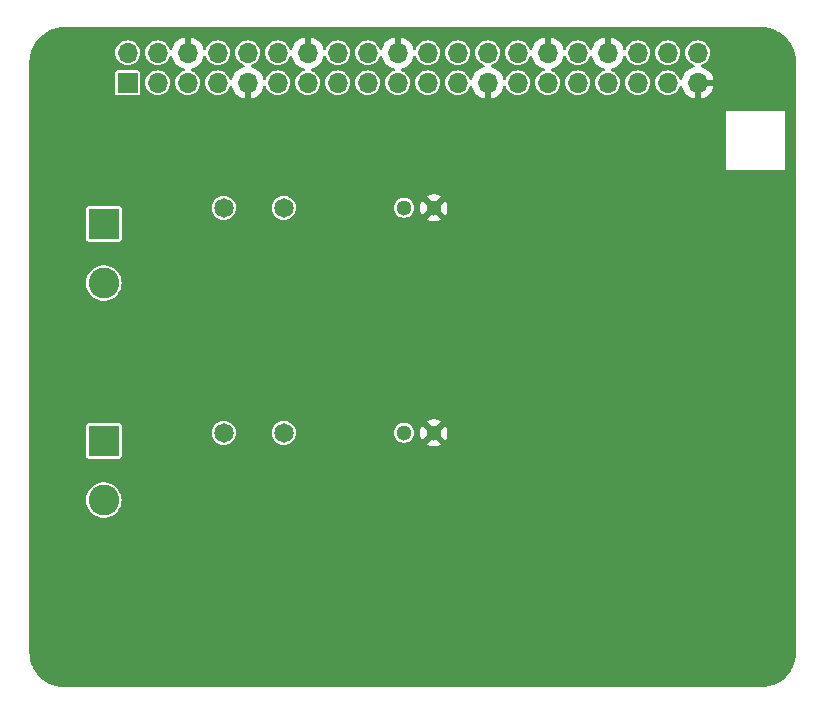
<source format=gbl>
G04 #@! TF.GenerationSoftware,KiCad,Pcbnew,7.0.1-0*
G04 #@! TF.CreationDate,2023-12-28T22:42:41+01:00*
G04 #@! TF.ProjectId,SSR-Shiled-v1,5353522d-5368-4696-9c65-642d76312e6b,rev?*
G04 #@! TF.SameCoordinates,Original*
G04 #@! TF.FileFunction,Copper,L2,Bot*
G04 #@! TF.FilePolarity,Positive*
%FSLAX46Y46*%
G04 Gerber Fmt 4.6, Leading zero omitted, Abs format (unit mm)*
G04 Created by KiCad (PCBNEW 7.0.1-0) date 2023-12-28 22:42:41*
%MOMM*%
%LPD*%
G01*
G04 APERTURE LIST*
G04 #@! TA.AperFunction,ComponentPad*
%ADD10R,1.700000X1.700000*%
G04 #@! TD*
G04 #@! TA.AperFunction,ComponentPad*
%ADD11O,1.700000X1.700000*%
G04 #@! TD*
G04 #@! TA.AperFunction,ComponentPad*
%ADD12R,2.600000X2.600000*%
G04 #@! TD*
G04 #@! TA.AperFunction,ComponentPad*
%ADD13C,2.600000*%
G04 #@! TD*
G04 #@! TA.AperFunction,ComponentPad*
%ADD14C,1.300000*%
G04 #@! TD*
G04 #@! TA.AperFunction,ComponentPad*
%ADD15C,1.650000*%
G04 #@! TD*
G04 APERTURE END LIST*
D10*
X108370000Y-48770000D03*
D11*
X108370000Y-46230000D03*
X110910000Y-48770000D03*
X110910000Y-46230000D03*
X113450000Y-48770000D03*
X113450000Y-46230000D03*
X115990000Y-48770000D03*
X115990000Y-46230000D03*
X118530000Y-48770000D03*
X118530000Y-46230000D03*
X121070000Y-48770000D03*
X121070000Y-46230000D03*
X123610000Y-48770000D03*
X123610000Y-46230000D03*
X126150000Y-48770000D03*
X126150000Y-46230000D03*
X128690000Y-48770000D03*
X128690000Y-46230000D03*
X131230000Y-48770000D03*
X131230000Y-46230000D03*
X133770000Y-48770000D03*
X133770000Y-46230000D03*
X136310000Y-48770000D03*
X136310000Y-46230000D03*
X138850000Y-48770000D03*
X138850000Y-46230000D03*
X141390000Y-48770000D03*
X141390000Y-46230000D03*
X143930000Y-48770000D03*
X143930000Y-46230000D03*
X146470000Y-48770000D03*
X146470000Y-46230000D03*
X149010000Y-48770000D03*
X149010000Y-46230000D03*
X151550000Y-48770000D03*
X151550000Y-46230000D03*
X154090000Y-48770000D03*
X154090000Y-46230000D03*
X156630000Y-48770000D03*
X156630000Y-46230000D03*
D12*
X106350000Y-79092500D03*
D13*
X106350000Y-84092500D03*
D12*
X106350000Y-60710000D03*
D13*
X106350000Y-65710000D03*
D14*
X134290000Y-78410000D03*
X131750000Y-78410000D03*
D15*
X121590000Y-78410000D03*
X116510000Y-78410000D03*
D14*
X134290000Y-59360000D03*
X131750000Y-59360000D03*
D15*
X121590000Y-59360000D03*
X116510000Y-59360000D03*
G04 #@! TA.AperFunction,Conductor*
G36*
X162003472Y-44050695D02*
G01*
X162323297Y-44068656D01*
X162337094Y-44070210D01*
X162649457Y-44123283D01*
X162663014Y-44126377D01*
X162967469Y-44214089D01*
X162980593Y-44218682D01*
X163273304Y-44339926D01*
X163285826Y-44345955D01*
X163452594Y-44438125D01*
X163563139Y-44499221D01*
X163574900Y-44506611D01*
X163833314Y-44689966D01*
X163844174Y-44698627D01*
X164080418Y-44909749D01*
X164090250Y-44919581D01*
X164301372Y-45155825D01*
X164310035Y-45166687D01*
X164493385Y-45425094D01*
X164500778Y-45436860D01*
X164654040Y-45714166D01*
X164660073Y-45726695D01*
X164781317Y-46019406D01*
X164785910Y-46032530D01*
X164873622Y-46336985D01*
X164876716Y-46350542D01*
X164929787Y-46662894D01*
X164931344Y-46676712D01*
X164949305Y-46996528D01*
X164949500Y-47003481D01*
X164949500Y-96996519D01*
X164949305Y-97003472D01*
X164931344Y-97323287D01*
X164929787Y-97337105D01*
X164876716Y-97649457D01*
X164873622Y-97663014D01*
X164785910Y-97967469D01*
X164781317Y-97980593D01*
X164660073Y-98273304D01*
X164654040Y-98285833D01*
X164500778Y-98563139D01*
X164493380Y-98574913D01*
X164310043Y-98833302D01*
X164301372Y-98844174D01*
X164090250Y-99080418D01*
X164080418Y-99090250D01*
X163844174Y-99301372D01*
X163833302Y-99310043D01*
X163574913Y-99493380D01*
X163563139Y-99500778D01*
X163285833Y-99654040D01*
X163273304Y-99660073D01*
X162980593Y-99781317D01*
X162967469Y-99785910D01*
X162663014Y-99873622D01*
X162649457Y-99876716D01*
X162337105Y-99929787D01*
X162323287Y-99931344D01*
X162003472Y-99949305D01*
X161996519Y-99949500D01*
X103003481Y-99949500D01*
X102996528Y-99949305D01*
X102676712Y-99931344D01*
X102662894Y-99929787D01*
X102350542Y-99876716D01*
X102336985Y-99873622D01*
X102032530Y-99785910D01*
X102019406Y-99781317D01*
X101726695Y-99660073D01*
X101714166Y-99654040D01*
X101436860Y-99500778D01*
X101425094Y-99493385D01*
X101166687Y-99310035D01*
X101155825Y-99301372D01*
X100919581Y-99090250D01*
X100909749Y-99080418D01*
X100698627Y-98844174D01*
X100689966Y-98833314D01*
X100506611Y-98574900D01*
X100499221Y-98563139D01*
X100345959Y-98285833D01*
X100339926Y-98273304D01*
X100218682Y-97980593D01*
X100214089Y-97967469D01*
X100126377Y-97663014D01*
X100123283Y-97649457D01*
X100094127Y-97477858D01*
X100070210Y-97337094D01*
X100068656Y-97323297D01*
X100050695Y-97003472D01*
X100050500Y-96996519D01*
X100050500Y-84092500D01*
X104844356Y-84092500D01*
X104864891Y-84340316D01*
X104864891Y-84340319D01*
X104864892Y-84340321D01*
X104925937Y-84581381D01*
X104970960Y-84684023D01*
X105025825Y-84809104D01*
X105025827Y-84809107D01*
X105161836Y-85017285D01*
X105330256Y-85200238D01*
X105330259Y-85200240D01*
X105526485Y-85352970D01*
X105526487Y-85352971D01*
X105526491Y-85352974D01*
X105745190Y-85471328D01*
X105980386Y-85552071D01*
X106225665Y-85593000D01*
X106474335Y-85593000D01*
X106719614Y-85552071D01*
X106954810Y-85471328D01*
X107173509Y-85352974D01*
X107369744Y-85200238D01*
X107538164Y-85017285D01*
X107674173Y-84809107D01*
X107774063Y-84581381D01*
X107835108Y-84340321D01*
X107855643Y-84092500D01*
X107835108Y-83844679D01*
X107774063Y-83603619D01*
X107674173Y-83375893D01*
X107538164Y-83167715D01*
X107369744Y-82984762D01*
X107347612Y-82967536D01*
X107173514Y-82832029D01*
X107173510Y-82832026D01*
X107173509Y-82832026D01*
X106954810Y-82713672D01*
X106954806Y-82713670D01*
X106954805Y-82713670D01*
X106719615Y-82632929D01*
X106474335Y-82592000D01*
X106225665Y-82592000D01*
X105980384Y-82632929D01*
X105745194Y-82713670D01*
X105526485Y-82832029D01*
X105330259Y-82984759D01*
X105161837Y-83167714D01*
X105025825Y-83375895D01*
X104925938Y-83603617D01*
X104864891Y-83844683D01*
X104844356Y-84092500D01*
X100050500Y-84092500D01*
X100050500Y-80412249D01*
X104849500Y-80412249D01*
X104861132Y-80470730D01*
X104905447Y-80537052D01*
X104971769Y-80581367D01*
X105030251Y-80593000D01*
X105030252Y-80593000D01*
X107669748Y-80593000D01*
X107669749Y-80593000D01*
X107698989Y-80587183D01*
X107728231Y-80581367D01*
X107794552Y-80537052D01*
X107838867Y-80470731D01*
X107850500Y-80412248D01*
X107850500Y-78410000D01*
X115479538Y-78410000D01*
X115499337Y-78611031D01*
X115499338Y-78611033D01*
X115557977Y-78804341D01*
X115653202Y-78982494D01*
X115682331Y-79017988D01*
X115781352Y-79138647D01*
X115795932Y-79150612D01*
X115937506Y-79266798D01*
X116115659Y-79362023D01*
X116308967Y-79420662D01*
X116510000Y-79440462D01*
X116711033Y-79420662D01*
X116904341Y-79362023D01*
X117082494Y-79266798D01*
X117238647Y-79138647D01*
X117366798Y-78982494D01*
X117462023Y-78804341D01*
X117520662Y-78611033D01*
X117540462Y-78410000D01*
X120559538Y-78410000D01*
X120579337Y-78611031D01*
X120579338Y-78611033D01*
X120637977Y-78804341D01*
X120733202Y-78982494D01*
X120762331Y-79017988D01*
X120861352Y-79138647D01*
X120875932Y-79150612D01*
X121017506Y-79266798D01*
X121195659Y-79362023D01*
X121388967Y-79420662D01*
X121590000Y-79440462D01*
X121791033Y-79420662D01*
X121923232Y-79380560D01*
X133672991Y-79380560D01*
X133672992Y-79380561D01*
X133775201Y-79443846D01*
X133973939Y-79520837D01*
X134183439Y-79560000D01*
X134396561Y-79560000D01*
X134606060Y-79520837D01*
X134804795Y-79443847D01*
X134907007Y-79380560D01*
X134290001Y-78763553D01*
X134290000Y-78763553D01*
X133672991Y-79380560D01*
X121923232Y-79380560D01*
X121984341Y-79362023D01*
X122162494Y-79266798D01*
X122318647Y-79138647D01*
X122446798Y-78982494D01*
X122542023Y-78804341D01*
X122600662Y-78611033D01*
X122620462Y-78410000D01*
X130894815Y-78410000D01*
X130913503Y-78587804D01*
X130968749Y-78757835D01*
X131058140Y-78912665D01*
X131177771Y-79045527D01*
X131322403Y-79150610D01*
X131485735Y-79223330D01*
X131660607Y-79260500D01*
X131660609Y-79260500D01*
X131839391Y-79260500D01*
X131839393Y-79260500D01*
X132014264Y-79223330D01*
X132014265Y-79223329D01*
X132014267Y-79223329D01*
X132177593Y-79150612D01*
X132322230Y-79045526D01*
X132441859Y-78912665D01*
X132531250Y-78757835D01*
X132586497Y-78587803D01*
X132605185Y-78410000D01*
X132605185Y-78409999D01*
X133135073Y-78409999D01*
X133154737Y-78622219D01*
X133213062Y-78827208D01*
X133308060Y-79017990D01*
X133316834Y-79029609D01*
X133316835Y-79029609D01*
X133936446Y-78410001D01*
X134643553Y-78410001D01*
X135263163Y-79029610D01*
X135271940Y-79017988D01*
X135366937Y-78827208D01*
X135425262Y-78622219D01*
X135444926Y-78409999D01*
X135425262Y-78197780D01*
X135366937Y-77992791D01*
X135271941Y-77802011D01*
X135263163Y-77790388D01*
X134643553Y-78410000D01*
X134643553Y-78410001D01*
X133936446Y-78410001D01*
X133936446Y-78410000D01*
X133316835Y-77790389D01*
X133308058Y-77802013D01*
X133213062Y-77992791D01*
X133154737Y-78197780D01*
X133135073Y-78409999D01*
X132605185Y-78409999D01*
X132586497Y-78232197D01*
X132531250Y-78062165D01*
X132531250Y-78062164D01*
X132441859Y-77907334D01*
X132322228Y-77774472D01*
X132177596Y-77669389D01*
X132014264Y-77596669D01*
X131839393Y-77559500D01*
X131839391Y-77559500D01*
X131660609Y-77559500D01*
X131660607Y-77559500D01*
X131485735Y-77596669D01*
X131322408Y-77669387D01*
X131177768Y-77774474D01*
X131058140Y-77907334D01*
X130968749Y-78062164D01*
X130913503Y-78232195D01*
X130894815Y-78410000D01*
X122620462Y-78410000D01*
X122600662Y-78208967D01*
X122542023Y-78015659D01*
X122446798Y-77837506D01*
X122382722Y-77759429D01*
X122318647Y-77681352D01*
X122215459Y-77596669D01*
X122162494Y-77553202D01*
X121984341Y-77457977D01*
X121923227Y-77439438D01*
X133672991Y-77439438D01*
X134290000Y-78056446D01*
X134290001Y-78056446D01*
X134907007Y-77439438D01*
X134907006Y-77439437D01*
X134804798Y-77376153D01*
X134606060Y-77299162D01*
X134396561Y-77260000D01*
X134183439Y-77260000D01*
X133973939Y-77299162D01*
X133775203Y-77376153D01*
X133672991Y-77439438D01*
X121923227Y-77439438D01*
X121887687Y-77428657D01*
X121791031Y-77399337D01*
X121590000Y-77379538D01*
X121388968Y-77399337D01*
X121195656Y-77457978D01*
X121017507Y-77553201D01*
X120861352Y-77681352D01*
X120733201Y-77837507D01*
X120637978Y-78015656D01*
X120579337Y-78208968D01*
X120559538Y-78410000D01*
X117540462Y-78410000D01*
X117520662Y-78208967D01*
X117462023Y-78015659D01*
X117366798Y-77837506D01*
X117302722Y-77759429D01*
X117238647Y-77681352D01*
X117135459Y-77596669D01*
X117082494Y-77553202D01*
X116904341Y-77457977D01*
X116807687Y-77428657D01*
X116711031Y-77399337D01*
X116510000Y-77379538D01*
X116308968Y-77399337D01*
X116115656Y-77457978D01*
X115937507Y-77553201D01*
X115781352Y-77681352D01*
X115653201Y-77837507D01*
X115557978Y-78015656D01*
X115499337Y-78208968D01*
X115479538Y-78410000D01*
X107850500Y-78410000D01*
X107850500Y-77772752D01*
X107838867Y-77714269D01*
X107816873Y-77681353D01*
X107794552Y-77647947D01*
X107728230Y-77603632D01*
X107669749Y-77592000D01*
X107669748Y-77592000D01*
X105030252Y-77592000D01*
X105030251Y-77592000D01*
X104971769Y-77603632D01*
X104905447Y-77647947D01*
X104861132Y-77714269D01*
X104849500Y-77772751D01*
X104849500Y-80412249D01*
X100050500Y-80412249D01*
X100050500Y-65710000D01*
X104844356Y-65710000D01*
X104864891Y-65957816D01*
X104864891Y-65957819D01*
X104864892Y-65957821D01*
X104925937Y-66198881D01*
X104970960Y-66301523D01*
X105025825Y-66426604D01*
X105025827Y-66426607D01*
X105161836Y-66634785D01*
X105330256Y-66817738D01*
X105330259Y-66817740D01*
X105526485Y-66970470D01*
X105526487Y-66970471D01*
X105526491Y-66970474D01*
X105745190Y-67088828D01*
X105980386Y-67169571D01*
X106225665Y-67210500D01*
X106474335Y-67210500D01*
X106719614Y-67169571D01*
X106954810Y-67088828D01*
X107173509Y-66970474D01*
X107369744Y-66817738D01*
X107538164Y-66634785D01*
X107674173Y-66426607D01*
X107774063Y-66198881D01*
X107835108Y-65957821D01*
X107855643Y-65710000D01*
X107835108Y-65462179D01*
X107774063Y-65221119D01*
X107674173Y-64993393D01*
X107538164Y-64785215D01*
X107369744Y-64602262D01*
X107347612Y-64585036D01*
X107173514Y-64449529D01*
X107173510Y-64449526D01*
X107173509Y-64449526D01*
X106954810Y-64331172D01*
X106954806Y-64331170D01*
X106954805Y-64331170D01*
X106719615Y-64250429D01*
X106474335Y-64209500D01*
X106225665Y-64209500D01*
X105980384Y-64250429D01*
X105745194Y-64331170D01*
X105526485Y-64449529D01*
X105330259Y-64602259D01*
X105161837Y-64785214D01*
X105025825Y-64993395D01*
X104925938Y-65221117D01*
X104864891Y-65462183D01*
X104844356Y-65710000D01*
X100050500Y-65710000D01*
X100050500Y-62029749D01*
X104849500Y-62029749D01*
X104861132Y-62088230D01*
X104905447Y-62154552D01*
X104971769Y-62198867D01*
X105030251Y-62210500D01*
X105030252Y-62210500D01*
X107669748Y-62210500D01*
X107669749Y-62210500D01*
X107698989Y-62204683D01*
X107728231Y-62198867D01*
X107794552Y-62154552D01*
X107838867Y-62088231D01*
X107850500Y-62029748D01*
X107850500Y-59390252D01*
X107844482Y-59360000D01*
X115479538Y-59360000D01*
X115499337Y-59561031D01*
X115499338Y-59561033D01*
X115557977Y-59754341D01*
X115653202Y-59932494D01*
X115682331Y-59967988D01*
X115781352Y-60088647D01*
X115795932Y-60100612D01*
X115937506Y-60216798D01*
X116115659Y-60312023D01*
X116308967Y-60370662D01*
X116510000Y-60390462D01*
X116711033Y-60370662D01*
X116904341Y-60312023D01*
X117082494Y-60216798D01*
X117238647Y-60088647D01*
X117366798Y-59932494D01*
X117462023Y-59754341D01*
X117520662Y-59561033D01*
X117540462Y-59360000D01*
X120559538Y-59360000D01*
X120579337Y-59561031D01*
X120579338Y-59561033D01*
X120637977Y-59754341D01*
X120733202Y-59932494D01*
X120762331Y-59967988D01*
X120861352Y-60088647D01*
X120875932Y-60100612D01*
X121017506Y-60216798D01*
X121195659Y-60312023D01*
X121388967Y-60370662D01*
X121590000Y-60390462D01*
X121791033Y-60370662D01*
X121923232Y-60330560D01*
X133672991Y-60330560D01*
X133672992Y-60330561D01*
X133775201Y-60393846D01*
X133973939Y-60470837D01*
X134183439Y-60510000D01*
X134396561Y-60510000D01*
X134606060Y-60470837D01*
X134804795Y-60393847D01*
X134907007Y-60330560D01*
X134290001Y-59713553D01*
X134290000Y-59713553D01*
X133672991Y-60330560D01*
X121923232Y-60330560D01*
X121984341Y-60312023D01*
X122162494Y-60216798D01*
X122318647Y-60088647D01*
X122446798Y-59932494D01*
X122542023Y-59754341D01*
X122600662Y-59561033D01*
X122620462Y-59360000D01*
X122620462Y-59359999D01*
X130894815Y-59359999D01*
X130913503Y-59537804D01*
X130968749Y-59707835D01*
X131058140Y-59862665D01*
X131177771Y-59995527D01*
X131322403Y-60100610D01*
X131485735Y-60173330D01*
X131660607Y-60210500D01*
X131660609Y-60210500D01*
X131839391Y-60210500D01*
X131839393Y-60210500D01*
X132014264Y-60173330D01*
X132014265Y-60173329D01*
X132014267Y-60173329D01*
X132177593Y-60100612D01*
X132322230Y-59995526D01*
X132441859Y-59862665D01*
X132531250Y-59707835D01*
X132586497Y-59537803D01*
X132605185Y-59360000D01*
X132605185Y-59359999D01*
X133135073Y-59359999D01*
X133154737Y-59572219D01*
X133213062Y-59777208D01*
X133308060Y-59967990D01*
X133316834Y-59979609D01*
X133316835Y-59979609D01*
X133936446Y-59360001D01*
X134643553Y-59360001D01*
X135263163Y-59979610D01*
X135271940Y-59967988D01*
X135366937Y-59777208D01*
X135425262Y-59572219D01*
X135444926Y-59360000D01*
X135425262Y-59147780D01*
X135366937Y-58942791D01*
X135271941Y-58752011D01*
X135263163Y-58740388D01*
X134643553Y-59360000D01*
X134643553Y-59360001D01*
X133936446Y-59360001D01*
X133936446Y-59360000D01*
X133316835Y-58740389D01*
X133308058Y-58752013D01*
X133213062Y-58942791D01*
X133154737Y-59147780D01*
X133135073Y-59359999D01*
X132605185Y-59359999D01*
X132586497Y-59182197D01*
X132531250Y-59012165D01*
X132531250Y-59012164D01*
X132441859Y-58857334D01*
X132322228Y-58724472D01*
X132177596Y-58619389D01*
X132014264Y-58546669D01*
X131839393Y-58509500D01*
X131839391Y-58509500D01*
X131660609Y-58509500D01*
X131660607Y-58509500D01*
X131485735Y-58546669D01*
X131322408Y-58619387D01*
X131177768Y-58724474D01*
X131058140Y-58857334D01*
X130968749Y-59012164D01*
X130913503Y-59182195D01*
X130894815Y-59359999D01*
X122620462Y-59359999D01*
X122600662Y-59158967D01*
X122542023Y-58965659D01*
X122446798Y-58787506D01*
X122382722Y-58709429D01*
X122318647Y-58631352D01*
X122215459Y-58546669D01*
X122162494Y-58503202D01*
X121984341Y-58407977D01*
X121923226Y-58389438D01*
X133672991Y-58389438D01*
X134290000Y-59006446D01*
X134290001Y-59006446D01*
X134907007Y-58389438D01*
X134907006Y-58389437D01*
X134804798Y-58326153D01*
X134606060Y-58249162D01*
X134396561Y-58210000D01*
X134183439Y-58210000D01*
X133973939Y-58249162D01*
X133775203Y-58326153D01*
X133672991Y-58389438D01*
X121923226Y-58389438D01*
X121887686Y-58378657D01*
X121791031Y-58349337D01*
X121590000Y-58329538D01*
X121388968Y-58349337D01*
X121195656Y-58407978D01*
X121017507Y-58503201D01*
X120861352Y-58631352D01*
X120733201Y-58787507D01*
X120637978Y-58965656D01*
X120579337Y-59158968D01*
X120559538Y-59360000D01*
X117540462Y-59360000D01*
X117520662Y-59158967D01*
X117462023Y-58965659D01*
X117366798Y-58787506D01*
X117302722Y-58709429D01*
X117238647Y-58631352D01*
X117135459Y-58546669D01*
X117082494Y-58503202D01*
X116904341Y-58407977D01*
X116807686Y-58378657D01*
X116711031Y-58349337D01*
X116510000Y-58329538D01*
X116308968Y-58349337D01*
X116115656Y-58407978D01*
X115937507Y-58503201D01*
X115781352Y-58631352D01*
X115653201Y-58787507D01*
X115557978Y-58965656D01*
X115499337Y-59158968D01*
X115479538Y-59360000D01*
X107844482Y-59360000D01*
X107838867Y-59331769D01*
X107794552Y-59265447D01*
X107728230Y-59221132D01*
X107669749Y-59209500D01*
X107669748Y-59209500D01*
X105030252Y-59209500D01*
X105030251Y-59209500D01*
X104971769Y-59221132D01*
X104905447Y-59265447D01*
X104861132Y-59331769D01*
X104849500Y-59390251D01*
X104849500Y-62029749D01*
X100050500Y-62029749D01*
X100050500Y-51140000D01*
X159000000Y-51140000D01*
X159000000Y-56140000D01*
X164000000Y-56140000D01*
X164000000Y-51140000D01*
X159000000Y-51140000D01*
X100050500Y-51140000D01*
X100050500Y-49639749D01*
X107319500Y-49639749D01*
X107331132Y-49698230D01*
X107375447Y-49764552D01*
X107441769Y-49808867D01*
X107500251Y-49820500D01*
X107500252Y-49820500D01*
X109239748Y-49820500D01*
X109239749Y-49820500D01*
X109268989Y-49814683D01*
X109298231Y-49808867D01*
X109364552Y-49764552D01*
X109408867Y-49698231D01*
X109420500Y-49639748D01*
X109420500Y-48770000D01*
X109854417Y-48770000D01*
X109874699Y-48975932D01*
X109898228Y-49053496D01*
X109934768Y-49173954D01*
X110032315Y-49356450D01*
X110083609Y-49418952D01*
X110163589Y-49516410D01*
X110243570Y-49582047D01*
X110323550Y-49647685D01*
X110506046Y-49745232D01*
X110704066Y-49805300D01*
X110910000Y-49825583D01*
X111115934Y-49805300D01*
X111313954Y-49745232D01*
X111496450Y-49647685D01*
X111656410Y-49516410D01*
X111787685Y-49356450D01*
X111885232Y-49173954D01*
X111945300Y-48975934D01*
X111965583Y-48770000D01*
X111945300Y-48564066D01*
X111885232Y-48366046D01*
X111787685Y-48183550D01*
X111712898Y-48092421D01*
X111656410Y-48023589D01*
X111506121Y-47900252D01*
X111496450Y-47892315D01*
X111313954Y-47794768D01*
X111214944Y-47764734D01*
X111115932Y-47734699D01*
X110910000Y-47714417D01*
X110704067Y-47734699D01*
X110569736Y-47775448D01*
X110506050Y-47794767D01*
X110506043Y-47794769D01*
X110323551Y-47892314D01*
X110163589Y-48023589D01*
X110032314Y-48183551D01*
X109934769Y-48366043D01*
X109874699Y-48564067D01*
X109854417Y-48770000D01*
X109420500Y-48770000D01*
X109420500Y-47900252D01*
X109408867Y-47841769D01*
X109408866Y-47841768D01*
X109364552Y-47775447D01*
X109298230Y-47731132D01*
X109239749Y-47719500D01*
X109239748Y-47719500D01*
X107500252Y-47719500D01*
X107500251Y-47719500D01*
X107441769Y-47731132D01*
X107375447Y-47775447D01*
X107331132Y-47841769D01*
X107319500Y-47900251D01*
X107319500Y-49639749D01*
X100050500Y-49639749D01*
X100050500Y-47003481D01*
X100050695Y-46996528D01*
X100067713Y-46693491D01*
X100068656Y-46676700D01*
X100070210Y-46662907D01*
X100123283Y-46350537D01*
X100126377Y-46336985D01*
X100157199Y-46230000D01*
X107314417Y-46230000D01*
X107334699Y-46435932D01*
X107358228Y-46513496D01*
X107394768Y-46633954D01*
X107492315Y-46816450D01*
X107511749Y-46840130D01*
X107623589Y-46976410D01*
X107656576Y-47003481D01*
X107783550Y-47107685D01*
X107966046Y-47205232D01*
X108164066Y-47265300D01*
X108370000Y-47285583D01*
X108575934Y-47265300D01*
X108773954Y-47205232D01*
X108956450Y-47107685D01*
X109116410Y-46976410D01*
X109247685Y-46816450D01*
X109345232Y-46633954D01*
X109405300Y-46435934D01*
X109425583Y-46230000D01*
X109854417Y-46230000D01*
X109874699Y-46435932D01*
X109898228Y-46513496D01*
X109934768Y-46633954D01*
X110032315Y-46816450D01*
X110051749Y-46840130D01*
X110163589Y-46976410D01*
X110196576Y-47003481D01*
X110323550Y-47107685D01*
X110506046Y-47205232D01*
X110704066Y-47265300D01*
X110910000Y-47285583D01*
X111115934Y-47265300D01*
X111313954Y-47205232D01*
X111496450Y-47107685D01*
X111656410Y-46976410D01*
X111787685Y-46816450D01*
X111885232Y-46633954D01*
X111905406Y-46567446D01*
X111938709Y-46513497D01*
X111994330Y-46483061D01*
X112057724Y-46484098D01*
X112112319Y-46516337D01*
X112143841Y-46571349D01*
X112176569Y-46693492D01*
X112276399Y-46907576D01*
X112411893Y-47101081D01*
X112578918Y-47268106D01*
X112772423Y-47403600D01*
X112986508Y-47503430D01*
X113108649Y-47536158D01*
X113163661Y-47567679D01*
X113195900Y-47622274D01*
X113196938Y-47685668D01*
X113166503Y-47741288D01*
X113112552Y-47774593D01*
X113046047Y-47794767D01*
X112863551Y-47892314D01*
X112703589Y-48023589D01*
X112572314Y-48183551D01*
X112474769Y-48366043D01*
X112414699Y-48564067D01*
X112394417Y-48770000D01*
X112414699Y-48975932D01*
X112438228Y-49053496D01*
X112474768Y-49173954D01*
X112572315Y-49356450D01*
X112623609Y-49418952D01*
X112703589Y-49516410D01*
X112783570Y-49582047D01*
X112863550Y-49647685D01*
X113046046Y-49745232D01*
X113244066Y-49805300D01*
X113450000Y-49825583D01*
X113655934Y-49805300D01*
X113853954Y-49745232D01*
X114036450Y-49647685D01*
X114196410Y-49516410D01*
X114327685Y-49356450D01*
X114425232Y-49173954D01*
X114485300Y-48975934D01*
X114505583Y-48770000D01*
X114934417Y-48770000D01*
X114954699Y-48975932D01*
X114978228Y-49053496D01*
X115014768Y-49173954D01*
X115112315Y-49356450D01*
X115163609Y-49418952D01*
X115243589Y-49516410D01*
X115323570Y-49582047D01*
X115403550Y-49647685D01*
X115586046Y-49745232D01*
X115784066Y-49805300D01*
X115990000Y-49825583D01*
X116195934Y-49805300D01*
X116393954Y-49745232D01*
X116576450Y-49647685D01*
X116736410Y-49516410D01*
X116867685Y-49356450D01*
X116965232Y-49173954D01*
X116985406Y-49107446D01*
X117018709Y-49053497D01*
X117074330Y-49023061D01*
X117137724Y-49024098D01*
X117192319Y-49056337D01*
X117223841Y-49111349D01*
X117256569Y-49233492D01*
X117356399Y-49447576D01*
X117491893Y-49641081D01*
X117658918Y-49808106D01*
X117852423Y-49943600D01*
X118066507Y-50043430D01*
X118279999Y-50100635D01*
X118280000Y-50100636D01*
X118280000Y-48644000D01*
X118296613Y-48582000D01*
X118342000Y-48536613D01*
X118404000Y-48520000D01*
X118656000Y-48520000D01*
X118718000Y-48536613D01*
X118763387Y-48582000D01*
X118780000Y-48644000D01*
X118780000Y-50100635D01*
X118993492Y-50043430D01*
X119207576Y-49943600D01*
X119401081Y-49808106D01*
X119568106Y-49641081D01*
X119703600Y-49447576D01*
X119803430Y-49233491D01*
X119836158Y-49111350D01*
X119867679Y-49056338D01*
X119922274Y-49024099D01*
X119985668Y-49023061D01*
X120041289Y-49053496D01*
X120074593Y-49107447D01*
X120094767Y-49173953D01*
X120094769Y-49173956D01*
X120192315Y-49356450D01*
X120243609Y-49418952D01*
X120323589Y-49516410D01*
X120403570Y-49582047D01*
X120483550Y-49647685D01*
X120666046Y-49745232D01*
X120864066Y-49805300D01*
X121070000Y-49825583D01*
X121275934Y-49805300D01*
X121473954Y-49745232D01*
X121656450Y-49647685D01*
X121816410Y-49516410D01*
X121947685Y-49356450D01*
X122045232Y-49173954D01*
X122105300Y-48975934D01*
X122125583Y-48770000D01*
X122105300Y-48564066D01*
X122045232Y-48366046D01*
X121947685Y-48183550D01*
X121872898Y-48092421D01*
X121816410Y-48023589D01*
X121666121Y-47900252D01*
X121656450Y-47892315D01*
X121473954Y-47794768D01*
X121374944Y-47764734D01*
X121275932Y-47734699D01*
X121070000Y-47714417D01*
X120864067Y-47734699D01*
X120729736Y-47775448D01*
X120666050Y-47794767D01*
X120666043Y-47794769D01*
X120483551Y-47892314D01*
X120323589Y-48023589D01*
X120192314Y-48183551D01*
X120094767Y-48366047D01*
X120074593Y-48432552D01*
X120041288Y-48486503D01*
X119985668Y-48516938D01*
X119922274Y-48515900D01*
X119867679Y-48483661D01*
X119836158Y-48428649D01*
X119803430Y-48306508D01*
X119703599Y-48092421D01*
X119568109Y-47898921D01*
X119401081Y-47731893D01*
X119207576Y-47596399D01*
X118993492Y-47496569D01*
X118871349Y-47463841D01*
X118816337Y-47432319D01*
X118784098Y-47377724D01*
X118783061Y-47314330D01*
X118813497Y-47258709D01*
X118867446Y-47225406D01*
X118933954Y-47205232D01*
X119116450Y-47107685D01*
X119276410Y-46976410D01*
X119407685Y-46816450D01*
X119505232Y-46633954D01*
X119565300Y-46435934D01*
X119585583Y-46230000D01*
X120014417Y-46230000D01*
X120034699Y-46435932D01*
X120058228Y-46513496D01*
X120094768Y-46633954D01*
X120192315Y-46816450D01*
X120211749Y-46840130D01*
X120323589Y-46976410D01*
X120356576Y-47003481D01*
X120483550Y-47107685D01*
X120666046Y-47205232D01*
X120864066Y-47265300D01*
X121070000Y-47285583D01*
X121275934Y-47265300D01*
X121473954Y-47205232D01*
X121656450Y-47107685D01*
X121816410Y-46976410D01*
X121947685Y-46816450D01*
X122045232Y-46633954D01*
X122065406Y-46567446D01*
X122098709Y-46513497D01*
X122154330Y-46483061D01*
X122217724Y-46484098D01*
X122272319Y-46516337D01*
X122303841Y-46571349D01*
X122336569Y-46693492D01*
X122436399Y-46907576D01*
X122571893Y-47101081D01*
X122738918Y-47268106D01*
X122932423Y-47403600D01*
X123146508Y-47503430D01*
X123268649Y-47536158D01*
X123323661Y-47567679D01*
X123355900Y-47622274D01*
X123356938Y-47685668D01*
X123326503Y-47741288D01*
X123272552Y-47774593D01*
X123206047Y-47794767D01*
X123023551Y-47892314D01*
X122863589Y-48023589D01*
X122732314Y-48183551D01*
X122634769Y-48366043D01*
X122574699Y-48564067D01*
X122554417Y-48770000D01*
X122574699Y-48975932D01*
X122598228Y-49053496D01*
X122634768Y-49173954D01*
X122732315Y-49356450D01*
X122783609Y-49418952D01*
X122863589Y-49516410D01*
X122943570Y-49582047D01*
X123023550Y-49647685D01*
X123206046Y-49745232D01*
X123404066Y-49805300D01*
X123610000Y-49825583D01*
X123815934Y-49805300D01*
X124013954Y-49745232D01*
X124196450Y-49647685D01*
X124356410Y-49516410D01*
X124487685Y-49356450D01*
X124585232Y-49173954D01*
X124645300Y-48975934D01*
X124665583Y-48770000D01*
X125094417Y-48770000D01*
X125114699Y-48975932D01*
X125138228Y-49053496D01*
X125174768Y-49173954D01*
X125272315Y-49356450D01*
X125323609Y-49418952D01*
X125403589Y-49516410D01*
X125483570Y-49582047D01*
X125563550Y-49647685D01*
X125746046Y-49745232D01*
X125944066Y-49805300D01*
X126150000Y-49825583D01*
X126355934Y-49805300D01*
X126553954Y-49745232D01*
X126736450Y-49647685D01*
X126896410Y-49516410D01*
X127027685Y-49356450D01*
X127125232Y-49173954D01*
X127185300Y-48975934D01*
X127205583Y-48770000D01*
X127634417Y-48770000D01*
X127654699Y-48975932D01*
X127678228Y-49053496D01*
X127714768Y-49173954D01*
X127812315Y-49356450D01*
X127863609Y-49418952D01*
X127943589Y-49516410D01*
X128023569Y-49582047D01*
X128103550Y-49647685D01*
X128286046Y-49745232D01*
X128484066Y-49805300D01*
X128690000Y-49825583D01*
X128895934Y-49805300D01*
X129093954Y-49745232D01*
X129276450Y-49647685D01*
X129436410Y-49516410D01*
X129567685Y-49356450D01*
X129665232Y-49173954D01*
X129725300Y-48975934D01*
X129745583Y-48770000D01*
X129725300Y-48564066D01*
X129665232Y-48366046D01*
X129567685Y-48183550D01*
X129492898Y-48092421D01*
X129436410Y-48023589D01*
X129286121Y-47900252D01*
X129276450Y-47892315D01*
X129093954Y-47794768D01*
X128994944Y-47764734D01*
X128895932Y-47734699D01*
X128690000Y-47714417D01*
X128484067Y-47734699D01*
X128349736Y-47775448D01*
X128286050Y-47794767D01*
X128286043Y-47794769D01*
X128103551Y-47892314D01*
X127943589Y-48023589D01*
X127812314Y-48183551D01*
X127714769Y-48366043D01*
X127654699Y-48564067D01*
X127634417Y-48770000D01*
X127205583Y-48770000D01*
X127185300Y-48564066D01*
X127125232Y-48366046D01*
X127027685Y-48183550D01*
X126952898Y-48092421D01*
X126896410Y-48023589D01*
X126746121Y-47900252D01*
X126736450Y-47892315D01*
X126553954Y-47794768D01*
X126454944Y-47764734D01*
X126355932Y-47734699D01*
X126150000Y-47714417D01*
X125944067Y-47734699D01*
X125809736Y-47775448D01*
X125746050Y-47794767D01*
X125746043Y-47794769D01*
X125563551Y-47892314D01*
X125403589Y-48023589D01*
X125272314Y-48183551D01*
X125174769Y-48366043D01*
X125114699Y-48564067D01*
X125094417Y-48770000D01*
X124665583Y-48770000D01*
X124645300Y-48564066D01*
X124585232Y-48366046D01*
X124487685Y-48183550D01*
X124412898Y-48092421D01*
X124356410Y-48023589D01*
X124206121Y-47900252D01*
X124196450Y-47892315D01*
X124101886Y-47841769D01*
X124013953Y-47794767D01*
X123947447Y-47774593D01*
X123893496Y-47741289D01*
X123863061Y-47685668D01*
X123864099Y-47622274D01*
X123896338Y-47567679D01*
X123951350Y-47536158D01*
X124073491Y-47503430D01*
X124287576Y-47403600D01*
X124481081Y-47268106D01*
X124648106Y-47101081D01*
X124783600Y-46907576D01*
X124883430Y-46693491D01*
X124916158Y-46571350D01*
X124947679Y-46516338D01*
X125002274Y-46484099D01*
X125065668Y-46483061D01*
X125121289Y-46513496D01*
X125154593Y-46567447D01*
X125174767Y-46633953D01*
X125206591Y-46693491D01*
X125272315Y-46816450D01*
X125291749Y-46840130D01*
X125403589Y-46976410D01*
X125436576Y-47003481D01*
X125563550Y-47107685D01*
X125746046Y-47205232D01*
X125944066Y-47265300D01*
X126150000Y-47285583D01*
X126355934Y-47265300D01*
X126553954Y-47205232D01*
X126736450Y-47107685D01*
X126896410Y-46976410D01*
X127027685Y-46816450D01*
X127125232Y-46633954D01*
X127185300Y-46435934D01*
X127205583Y-46230000D01*
X127634417Y-46230000D01*
X127654699Y-46435932D01*
X127678228Y-46513496D01*
X127714768Y-46633954D01*
X127812315Y-46816450D01*
X127831749Y-46840130D01*
X127943589Y-46976410D01*
X127976576Y-47003481D01*
X128103550Y-47107685D01*
X128286046Y-47205232D01*
X128484066Y-47265300D01*
X128690000Y-47285583D01*
X128895934Y-47265300D01*
X129093954Y-47205232D01*
X129276450Y-47107685D01*
X129436410Y-46976410D01*
X129567685Y-46816450D01*
X129665232Y-46633954D01*
X129685406Y-46567446D01*
X129718709Y-46513497D01*
X129774330Y-46483061D01*
X129837724Y-46484098D01*
X129892319Y-46516337D01*
X129923841Y-46571349D01*
X129956569Y-46693492D01*
X130056399Y-46907576D01*
X130191893Y-47101081D01*
X130358918Y-47268106D01*
X130552423Y-47403600D01*
X130766508Y-47503430D01*
X130888649Y-47536158D01*
X130943661Y-47567679D01*
X130975900Y-47622274D01*
X130976938Y-47685668D01*
X130946503Y-47741288D01*
X130892552Y-47774593D01*
X130826047Y-47794767D01*
X130643551Y-47892314D01*
X130483589Y-48023589D01*
X130352314Y-48183551D01*
X130254769Y-48366043D01*
X130194699Y-48564067D01*
X130174417Y-48770000D01*
X130194699Y-48975932D01*
X130218228Y-49053496D01*
X130254768Y-49173954D01*
X130352315Y-49356450D01*
X130403609Y-49418952D01*
X130483589Y-49516410D01*
X130563569Y-49582047D01*
X130643550Y-49647685D01*
X130826046Y-49745232D01*
X131024066Y-49805300D01*
X131230000Y-49825583D01*
X131435934Y-49805300D01*
X131633954Y-49745232D01*
X131816450Y-49647685D01*
X131976410Y-49516410D01*
X132107685Y-49356450D01*
X132205232Y-49173954D01*
X132265300Y-48975934D01*
X132285583Y-48770000D01*
X132714417Y-48770000D01*
X132734699Y-48975932D01*
X132758228Y-49053496D01*
X132794768Y-49173954D01*
X132892315Y-49356450D01*
X132943609Y-49418952D01*
X133023589Y-49516410D01*
X133103569Y-49582047D01*
X133183550Y-49647685D01*
X133366046Y-49745232D01*
X133564066Y-49805300D01*
X133770000Y-49825583D01*
X133975934Y-49805300D01*
X134173954Y-49745232D01*
X134356450Y-49647685D01*
X134516410Y-49516410D01*
X134647685Y-49356450D01*
X134745232Y-49173954D01*
X134805300Y-48975934D01*
X134825583Y-48770000D01*
X135254417Y-48770000D01*
X135274699Y-48975932D01*
X135298228Y-49053496D01*
X135334768Y-49173954D01*
X135432315Y-49356450D01*
X135483609Y-49418952D01*
X135563589Y-49516410D01*
X135643569Y-49582047D01*
X135723550Y-49647685D01*
X135906046Y-49745232D01*
X136104066Y-49805300D01*
X136310000Y-49825583D01*
X136515934Y-49805300D01*
X136713954Y-49745232D01*
X136896450Y-49647685D01*
X137056410Y-49516410D01*
X137187685Y-49356450D01*
X137285232Y-49173954D01*
X137305406Y-49107446D01*
X137338709Y-49053497D01*
X137394330Y-49023061D01*
X137457724Y-49024098D01*
X137512319Y-49056337D01*
X137543841Y-49111349D01*
X137576569Y-49233492D01*
X137676399Y-49447576D01*
X137811893Y-49641081D01*
X137978918Y-49808106D01*
X138172423Y-49943600D01*
X138386507Y-50043430D01*
X138599999Y-50100635D01*
X138600000Y-50100636D01*
X138600000Y-48644000D01*
X138616613Y-48582000D01*
X138662000Y-48536613D01*
X138724000Y-48520000D01*
X138976000Y-48520000D01*
X139038000Y-48536613D01*
X139083387Y-48582000D01*
X139100000Y-48644000D01*
X139100000Y-50100635D01*
X139313492Y-50043430D01*
X139527576Y-49943600D01*
X139721081Y-49808106D01*
X139888106Y-49641081D01*
X140023600Y-49447576D01*
X140123430Y-49233491D01*
X140156158Y-49111350D01*
X140187679Y-49056338D01*
X140242274Y-49024099D01*
X140305668Y-49023061D01*
X140361289Y-49053496D01*
X140394593Y-49107447D01*
X140414767Y-49173953D01*
X140414769Y-49173956D01*
X140512315Y-49356450D01*
X140563609Y-49418952D01*
X140643589Y-49516410D01*
X140723569Y-49582047D01*
X140803550Y-49647685D01*
X140986046Y-49745232D01*
X141184066Y-49805300D01*
X141390000Y-49825583D01*
X141595934Y-49805300D01*
X141793954Y-49745232D01*
X141976450Y-49647685D01*
X142136410Y-49516410D01*
X142267685Y-49356450D01*
X142365232Y-49173954D01*
X142425300Y-48975934D01*
X142445583Y-48770000D01*
X142425300Y-48564066D01*
X142365232Y-48366046D01*
X142267685Y-48183550D01*
X142192898Y-48092421D01*
X142136410Y-48023589D01*
X141986121Y-47900252D01*
X141976450Y-47892315D01*
X141793954Y-47794768D01*
X141694944Y-47764734D01*
X141595932Y-47734699D01*
X141390000Y-47714417D01*
X141184067Y-47734699D01*
X141049736Y-47775448D01*
X140986050Y-47794767D01*
X140986043Y-47794769D01*
X140803551Y-47892314D01*
X140643589Y-48023589D01*
X140512314Y-48183551D01*
X140414767Y-48366047D01*
X140394593Y-48432552D01*
X140361288Y-48486503D01*
X140305668Y-48516938D01*
X140242274Y-48515900D01*
X140187679Y-48483661D01*
X140156158Y-48428649D01*
X140123430Y-48306508D01*
X140023599Y-48092421D01*
X139888109Y-47898921D01*
X139721081Y-47731893D01*
X139527576Y-47596399D01*
X139313492Y-47496569D01*
X139191349Y-47463841D01*
X139136337Y-47432319D01*
X139104098Y-47377724D01*
X139103061Y-47314330D01*
X139133497Y-47258709D01*
X139187446Y-47225406D01*
X139253954Y-47205232D01*
X139436450Y-47107685D01*
X139596410Y-46976410D01*
X139727685Y-46816450D01*
X139825232Y-46633954D01*
X139885300Y-46435934D01*
X139905583Y-46230000D01*
X140334417Y-46230000D01*
X140354699Y-46435932D01*
X140378228Y-46513496D01*
X140414768Y-46633954D01*
X140512315Y-46816450D01*
X140531749Y-46840130D01*
X140643589Y-46976410D01*
X140676576Y-47003481D01*
X140803550Y-47107685D01*
X140986046Y-47205232D01*
X141184066Y-47265300D01*
X141390000Y-47285583D01*
X141595934Y-47265300D01*
X141793954Y-47205232D01*
X141976450Y-47107685D01*
X142136410Y-46976410D01*
X142267685Y-46816450D01*
X142365232Y-46633954D01*
X142385406Y-46567446D01*
X142418709Y-46513497D01*
X142474330Y-46483061D01*
X142537724Y-46484098D01*
X142592319Y-46516337D01*
X142623841Y-46571349D01*
X142656569Y-46693492D01*
X142756399Y-46907576D01*
X142891893Y-47101081D01*
X143058918Y-47268106D01*
X143252423Y-47403600D01*
X143466508Y-47503430D01*
X143588649Y-47536158D01*
X143643661Y-47567679D01*
X143675900Y-47622274D01*
X143676938Y-47685668D01*
X143646503Y-47741288D01*
X143592552Y-47774593D01*
X143526047Y-47794767D01*
X143343551Y-47892314D01*
X143183589Y-48023589D01*
X143052314Y-48183551D01*
X142954769Y-48366043D01*
X142894699Y-48564067D01*
X142874417Y-48770000D01*
X142894699Y-48975932D01*
X142918228Y-49053496D01*
X142954768Y-49173954D01*
X143052315Y-49356450D01*
X143103609Y-49418952D01*
X143183589Y-49516410D01*
X143263569Y-49582047D01*
X143343550Y-49647685D01*
X143526046Y-49745232D01*
X143724066Y-49805300D01*
X143930000Y-49825583D01*
X144135934Y-49805300D01*
X144333954Y-49745232D01*
X144516450Y-49647685D01*
X144676410Y-49516410D01*
X144807685Y-49356450D01*
X144905232Y-49173954D01*
X144965300Y-48975934D01*
X144985583Y-48770000D01*
X145414417Y-48770000D01*
X145434699Y-48975932D01*
X145458228Y-49053496D01*
X145494768Y-49173954D01*
X145592315Y-49356450D01*
X145643609Y-49418952D01*
X145723589Y-49516410D01*
X145803569Y-49582047D01*
X145883550Y-49647685D01*
X146066046Y-49745232D01*
X146264066Y-49805300D01*
X146470000Y-49825583D01*
X146675934Y-49805300D01*
X146873954Y-49745232D01*
X147056450Y-49647685D01*
X147216410Y-49516410D01*
X147347685Y-49356450D01*
X147445232Y-49173954D01*
X147505300Y-48975934D01*
X147525583Y-48770000D01*
X147505300Y-48564066D01*
X147445232Y-48366046D01*
X147347685Y-48183550D01*
X147272898Y-48092421D01*
X147216410Y-48023589D01*
X147066121Y-47900252D01*
X147056450Y-47892315D01*
X146873954Y-47794768D01*
X146774944Y-47764734D01*
X146675932Y-47734699D01*
X146470000Y-47714417D01*
X146264067Y-47734699D01*
X146129736Y-47775448D01*
X146066050Y-47794767D01*
X146066043Y-47794769D01*
X145883551Y-47892314D01*
X145723589Y-48023589D01*
X145592314Y-48183551D01*
X145494769Y-48366043D01*
X145434699Y-48564067D01*
X145414417Y-48770000D01*
X144985583Y-48770000D01*
X144965300Y-48564066D01*
X144905232Y-48366046D01*
X144807685Y-48183550D01*
X144732898Y-48092421D01*
X144676410Y-48023589D01*
X144526121Y-47900252D01*
X144516450Y-47892315D01*
X144421886Y-47841769D01*
X144333953Y-47794767D01*
X144267447Y-47774593D01*
X144213496Y-47741289D01*
X144183061Y-47685668D01*
X144184099Y-47622274D01*
X144216338Y-47567679D01*
X144271350Y-47536158D01*
X144393491Y-47503430D01*
X144607576Y-47403600D01*
X144801081Y-47268106D01*
X144968106Y-47101081D01*
X145103600Y-46907576D01*
X145203430Y-46693491D01*
X145236158Y-46571350D01*
X145267679Y-46516338D01*
X145322274Y-46484099D01*
X145385668Y-46483061D01*
X145441289Y-46513496D01*
X145474593Y-46567447D01*
X145494767Y-46633953D01*
X145526591Y-46693491D01*
X145592315Y-46816450D01*
X145611749Y-46840130D01*
X145723589Y-46976410D01*
X145756576Y-47003481D01*
X145883550Y-47107685D01*
X146066046Y-47205232D01*
X146264066Y-47265300D01*
X146470000Y-47285583D01*
X146675934Y-47265300D01*
X146873954Y-47205232D01*
X147056450Y-47107685D01*
X147216410Y-46976410D01*
X147347685Y-46816450D01*
X147445232Y-46633954D01*
X147465406Y-46567446D01*
X147498709Y-46513497D01*
X147554330Y-46483061D01*
X147617724Y-46484098D01*
X147672319Y-46516337D01*
X147703841Y-46571349D01*
X147736569Y-46693492D01*
X147836399Y-46907576D01*
X147971893Y-47101081D01*
X148138918Y-47268106D01*
X148332423Y-47403600D01*
X148546508Y-47503430D01*
X148668649Y-47536158D01*
X148723661Y-47567679D01*
X148755900Y-47622274D01*
X148756938Y-47685668D01*
X148726503Y-47741288D01*
X148672552Y-47774593D01*
X148606047Y-47794767D01*
X148423551Y-47892314D01*
X148263589Y-48023589D01*
X148132314Y-48183551D01*
X148034769Y-48366043D01*
X147974699Y-48564067D01*
X147954417Y-48770000D01*
X147974699Y-48975932D01*
X147998228Y-49053496D01*
X148034768Y-49173954D01*
X148132315Y-49356450D01*
X148183609Y-49418952D01*
X148263589Y-49516410D01*
X148343569Y-49582047D01*
X148423550Y-49647685D01*
X148606046Y-49745232D01*
X148804066Y-49805300D01*
X149010000Y-49825583D01*
X149215934Y-49805300D01*
X149413954Y-49745232D01*
X149596450Y-49647685D01*
X149756410Y-49516410D01*
X149887685Y-49356450D01*
X149985232Y-49173954D01*
X150045300Y-48975934D01*
X150065583Y-48770000D01*
X150494417Y-48770000D01*
X150514699Y-48975932D01*
X150538228Y-49053496D01*
X150574768Y-49173954D01*
X150672315Y-49356450D01*
X150723609Y-49418952D01*
X150803589Y-49516410D01*
X150883569Y-49582047D01*
X150963550Y-49647685D01*
X151146046Y-49745232D01*
X151344066Y-49805300D01*
X151550000Y-49825583D01*
X151755934Y-49805300D01*
X151953954Y-49745232D01*
X152136450Y-49647685D01*
X152296410Y-49516410D01*
X152427685Y-49356450D01*
X152525232Y-49173954D01*
X152585300Y-48975934D01*
X152605583Y-48770000D01*
X153034417Y-48770000D01*
X153054699Y-48975932D01*
X153078228Y-49053496D01*
X153114768Y-49173954D01*
X153212315Y-49356450D01*
X153263609Y-49418952D01*
X153343589Y-49516410D01*
X153423569Y-49582047D01*
X153503550Y-49647685D01*
X153686046Y-49745232D01*
X153884066Y-49805300D01*
X154090000Y-49825583D01*
X154295934Y-49805300D01*
X154493954Y-49745232D01*
X154676450Y-49647685D01*
X154836410Y-49516410D01*
X154967685Y-49356450D01*
X155065232Y-49173954D01*
X155085406Y-49107446D01*
X155118709Y-49053497D01*
X155174330Y-49023061D01*
X155237724Y-49024098D01*
X155292319Y-49056337D01*
X155323841Y-49111349D01*
X155356569Y-49233492D01*
X155456399Y-49447576D01*
X155591893Y-49641081D01*
X155758918Y-49808106D01*
X155952423Y-49943600D01*
X156166507Y-50043430D01*
X156379999Y-50100635D01*
X156380000Y-50100636D01*
X156380000Y-49020000D01*
X156880000Y-49020000D01*
X156880000Y-50100635D01*
X157093492Y-50043430D01*
X157307576Y-49943600D01*
X157501081Y-49808106D01*
X157668106Y-49641081D01*
X157803600Y-49447576D01*
X157903430Y-49233492D01*
X157960636Y-49020000D01*
X156880000Y-49020000D01*
X156380000Y-49020000D01*
X156380000Y-48644000D01*
X156396613Y-48582000D01*
X156442000Y-48536613D01*
X156504000Y-48520000D01*
X157960636Y-48520000D01*
X157960635Y-48519999D01*
X157903430Y-48306507D01*
X157803599Y-48092421D01*
X157668109Y-47898921D01*
X157501081Y-47731893D01*
X157307576Y-47596399D01*
X157093492Y-47496569D01*
X156971349Y-47463841D01*
X156916337Y-47432319D01*
X156884098Y-47377724D01*
X156883061Y-47314330D01*
X156913497Y-47258709D01*
X156967446Y-47225406D01*
X157033954Y-47205232D01*
X157216450Y-47107685D01*
X157376410Y-46976410D01*
X157507685Y-46816450D01*
X157605232Y-46633954D01*
X157665300Y-46435934D01*
X157685583Y-46230000D01*
X157665300Y-46024066D01*
X157605232Y-45826046D01*
X157507685Y-45643550D01*
X157432898Y-45552421D01*
X157376410Y-45483589D01*
X157224499Y-45358921D01*
X157216450Y-45352315D01*
X157033954Y-45254768D01*
X156934943Y-45224733D01*
X156835932Y-45194699D01*
X156630000Y-45174417D01*
X156424067Y-45194699D01*
X156226043Y-45254769D01*
X156043551Y-45352314D01*
X155883589Y-45483589D01*
X155752314Y-45643551D01*
X155654769Y-45826043D01*
X155594699Y-46024067D01*
X155574417Y-46230000D01*
X155594699Y-46435932D01*
X155618228Y-46513496D01*
X155654768Y-46633954D01*
X155752315Y-46816450D01*
X155771749Y-46840130D01*
X155883589Y-46976410D01*
X155916576Y-47003481D01*
X156043550Y-47107685D01*
X156226046Y-47205232D01*
X156292553Y-47225406D01*
X156346502Y-47258710D01*
X156376938Y-47314330D01*
X156375901Y-47377724D01*
X156343662Y-47432319D01*
X156288650Y-47463841D01*
X156166507Y-47496569D01*
X155952421Y-47596400D01*
X155758921Y-47731890D01*
X155591890Y-47898921D01*
X155456400Y-48092421D01*
X155356569Y-48306507D01*
X155323841Y-48428650D01*
X155292319Y-48483662D01*
X155237724Y-48515901D01*
X155174330Y-48516938D01*
X155118710Y-48486502D01*
X155085406Y-48432552D01*
X155065232Y-48366046D01*
X154967685Y-48183550D01*
X154892898Y-48092421D01*
X154836410Y-48023589D01*
X154686121Y-47900252D01*
X154676450Y-47892315D01*
X154493954Y-47794768D01*
X154394944Y-47764734D01*
X154295932Y-47734699D01*
X154090000Y-47714417D01*
X153884067Y-47734699D01*
X153749736Y-47775448D01*
X153686050Y-47794767D01*
X153686043Y-47794769D01*
X153503551Y-47892314D01*
X153343589Y-48023589D01*
X153212314Y-48183551D01*
X153114769Y-48366043D01*
X153054699Y-48564067D01*
X153034417Y-48770000D01*
X152605583Y-48770000D01*
X152585300Y-48564066D01*
X152525232Y-48366046D01*
X152427685Y-48183550D01*
X152352898Y-48092421D01*
X152296410Y-48023589D01*
X152146121Y-47900252D01*
X152136450Y-47892315D01*
X151953954Y-47794768D01*
X151854944Y-47764734D01*
X151755932Y-47734699D01*
X151550000Y-47714417D01*
X151344067Y-47734699D01*
X151209736Y-47775448D01*
X151146050Y-47794767D01*
X151146043Y-47794769D01*
X150963551Y-47892314D01*
X150803589Y-48023589D01*
X150672314Y-48183551D01*
X150574769Y-48366043D01*
X150514699Y-48564067D01*
X150494417Y-48770000D01*
X150065583Y-48770000D01*
X150045300Y-48564066D01*
X149985232Y-48366046D01*
X149887685Y-48183550D01*
X149812898Y-48092421D01*
X149756410Y-48023589D01*
X149606121Y-47900252D01*
X149596450Y-47892315D01*
X149501886Y-47841769D01*
X149413953Y-47794767D01*
X149347447Y-47774593D01*
X149293496Y-47741289D01*
X149263061Y-47685668D01*
X149264099Y-47622274D01*
X149296338Y-47567679D01*
X149351350Y-47536158D01*
X149473491Y-47503430D01*
X149687576Y-47403600D01*
X149881081Y-47268106D01*
X150048106Y-47101081D01*
X150183600Y-46907576D01*
X150283430Y-46693491D01*
X150316158Y-46571350D01*
X150347679Y-46516338D01*
X150402274Y-46484099D01*
X150465668Y-46483061D01*
X150521289Y-46513496D01*
X150554593Y-46567447D01*
X150574767Y-46633953D01*
X150606591Y-46693491D01*
X150672315Y-46816450D01*
X150691749Y-46840130D01*
X150803589Y-46976410D01*
X150836576Y-47003481D01*
X150963550Y-47107685D01*
X151146046Y-47205232D01*
X151344066Y-47265300D01*
X151550000Y-47285583D01*
X151755934Y-47265300D01*
X151953954Y-47205232D01*
X152136450Y-47107685D01*
X152296410Y-46976410D01*
X152427685Y-46816450D01*
X152525232Y-46633954D01*
X152585300Y-46435934D01*
X152605583Y-46230000D01*
X153034417Y-46230000D01*
X153054699Y-46435932D01*
X153078228Y-46513496D01*
X153114768Y-46633954D01*
X153212315Y-46816450D01*
X153231749Y-46840130D01*
X153343589Y-46976410D01*
X153376576Y-47003481D01*
X153503550Y-47107685D01*
X153686046Y-47205232D01*
X153884066Y-47265300D01*
X154090000Y-47285583D01*
X154295934Y-47265300D01*
X154493954Y-47205232D01*
X154676450Y-47107685D01*
X154836410Y-46976410D01*
X154967685Y-46816450D01*
X155065232Y-46633954D01*
X155125300Y-46435934D01*
X155145583Y-46230000D01*
X155125300Y-46024066D01*
X155065232Y-45826046D01*
X154967685Y-45643550D01*
X154892898Y-45552421D01*
X154836410Y-45483589D01*
X154684499Y-45358921D01*
X154676450Y-45352315D01*
X154493954Y-45254768D01*
X154394943Y-45224733D01*
X154295932Y-45194699D01*
X154090000Y-45174417D01*
X153884067Y-45194699D01*
X153686043Y-45254769D01*
X153503551Y-45352314D01*
X153343589Y-45483589D01*
X153212314Y-45643551D01*
X153114769Y-45826043D01*
X153054699Y-46024067D01*
X153034417Y-46230000D01*
X152605583Y-46230000D01*
X152585300Y-46024066D01*
X152525232Y-45826046D01*
X152427685Y-45643550D01*
X152352898Y-45552421D01*
X152296410Y-45483589D01*
X152144499Y-45358921D01*
X152136450Y-45352315D01*
X151953954Y-45254768D01*
X151854943Y-45224733D01*
X151755932Y-45194699D01*
X151550000Y-45174417D01*
X151344067Y-45194699D01*
X151146043Y-45254769D01*
X150963551Y-45352314D01*
X150803589Y-45483589D01*
X150672314Y-45643551D01*
X150574767Y-45826047D01*
X150554593Y-45892552D01*
X150521288Y-45946503D01*
X150465668Y-45976938D01*
X150402274Y-45975900D01*
X150347679Y-45943661D01*
X150316158Y-45888649D01*
X150283430Y-45766508D01*
X150183599Y-45552421D01*
X150048109Y-45358921D01*
X149881081Y-45191893D01*
X149687576Y-45056399D01*
X149473492Y-44956569D01*
X149260000Y-44899364D01*
X149260000Y-46356000D01*
X149243387Y-46418000D01*
X149198000Y-46463387D01*
X149136000Y-46480000D01*
X148884000Y-46480000D01*
X148822000Y-46463387D01*
X148776613Y-46418000D01*
X148760000Y-46356000D01*
X148760000Y-44899364D01*
X148759999Y-44899364D01*
X148546507Y-44956569D01*
X148332421Y-45056400D01*
X148138921Y-45191890D01*
X147971890Y-45358921D01*
X147836400Y-45552421D01*
X147736569Y-45766507D01*
X147703841Y-45888650D01*
X147672319Y-45943662D01*
X147617724Y-45975901D01*
X147554330Y-45976938D01*
X147498710Y-45946502D01*
X147465406Y-45892552D01*
X147445232Y-45826046D01*
X147347685Y-45643550D01*
X147272898Y-45552421D01*
X147216410Y-45483589D01*
X147064499Y-45358921D01*
X147056450Y-45352315D01*
X146873954Y-45254768D01*
X146774943Y-45224733D01*
X146675932Y-45194699D01*
X146470000Y-45174417D01*
X146264067Y-45194699D01*
X146066043Y-45254769D01*
X145883551Y-45352314D01*
X145723589Y-45483589D01*
X145592314Y-45643551D01*
X145494767Y-45826047D01*
X145474593Y-45892552D01*
X145441288Y-45946503D01*
X145385668Y-45976938D01*
X145322274Y-45975900D01*
X145267679Y-45943661D01*
X145236158Y-45888649D01*
X145203430Y-45766508D01*
X145103599Y-45552421D01*
X144968109Y-45358921D01*
X144801081Y-45191893D01*
X144607576Y-45056399D01*
X144393492Y-44956569D01*
X144180000Y-44899364D01*
X144180000Y-46356000D01*
X144163387Y-46418000D01*
X144118000Y-46463387D01*
X144056000Y-46480000D01*
X143804000Y-46480000D01*
X143742000Y-46463387D01*
X143696613Y-46418000D01*
X143680000Y-46356000D01*
X143680000Y-44899364D01*
X143679999Y-44899364D01*
X143466507Y-44956569D01*
X143252421Y-45056400D01*
X143058921Y-45191890D01*
X142891890Y-45358921D01*
X142756400Y-45552421D01*
X142656569Y-45766507D01*
X142623841Y-45888650D01*
X142592319Y-45943662D01*
X142537724Y-45975901D01*
X142474330Y-45976938D01*
X142418710Y-45946502D01*
X142385406Y-45892552D01*
X142365232Y-45826046D01*
X142267685Y-45643550D01*
X142192898Y-45552421D01*
X142136410Y-45483589D01*
X141984499Y-45358921D01*
X141976450Y-45352315D01*
X141793954Y-45254768D01*
X141694943Y-45224733D01*
X141595932Y-45194699D01*
X141390000Y-45174417D01*
X141184067Y-45194699D01*
X140986043Y-45254769D01*
X140803551Y-45352314D01*
X140643589Y-45483589D01*
X140512314Y-45643551D01*
X140414769Y-45826043D01*
X140354699Y-46024067D01*
X140334417Y-46230000D01*
X139905583Y-46230000D01*
X139885300Y-46024066D01*
X139825232Y-45826046D01*
X139727685Y-45643550D01*
X139652898Y-45552421D01*
X139596410Y-45483589D01*
X139444499Y-45358921D01*
X139436450Y-45352315D01*
X139253954Y-45254768D01*
X139154943Y-45224733D01*
X139055932Y-45194699D01*
X138850000Y-45174417D01*
X138644067Y-45194699D01*
X138446043Y-45254769D01*
X138263551Y-45352314D01*
X138103589Y-45483589D01*
X137972314Y-45643551D01*
X137874769Y-45826043D01*
X137814699Y-46024067D01*
X137794417Y-46230000D01*
X137814699Y-46435932D01*
X137838228Y-46513496D01*
X137874768Y-46633954D01*
X137972315Y-46816450D01*
X137991749Y-46840130D01*
X138103589Y-46976410D01*
X138136576Y-47003481D01*
X138263550Y-47107685D01*
X138446046Y-47205232D01*
X138512553Y-47225406D01*
X138566502Y-47258710D01*
X138596938Y-47314330D01*
X138595901Y-47377724D01*
X138563662Y-47432319D01*
X138508650Y-47463841D01*
X138386507Y-47496569D01*
X138172421Y-47596400D01*
X137978921Y-47731890D01*
X137811890Y-47898921D01*
X137676400Y-48092421D01*
X137576569Y-48306507D01*
X137543841Y-48428650D01*
X137512319Y-48483662D01*
X137457724Y-48515901D01*
X137394330Y-48516938D01*
X137338710Y-48486502D01*
X137305406Y-48432552D01*
X137285232Y-48366046D01*
X137187685Y-48183550D01*
X137112898Y-48092421D01*
X137056410Y-48023589D01*
X136906121Y-47900252D01*
X136896450Y-47892315D01*
X136713954Y-47794768D01*
X136614944Y-47764734D01*
X136515932Y-47734699D01*
X136310000Y-47714417D01*
X136104067Y-47734699D01*
X135969736Y-47775448D01*
X135906050Y-47794767D01*
X135906043Y-47794769D01*
X135723551Y-47892314D01*
X135563589Y-48023589D01*
X135432314Y-48183551D01*
X135334769Y-48366043D01*
X135274699Y-48564067D01*
X135254417Y-48770000D01*
X134825583Y-48770000D01*
X134805300Y-48564066D01*
X134745232Y-48366046D01*
X134647685Y-48183550D01*
X134572898Y-48092421D01*
X134516410Y-48023589D01*
X134366121Y-47900252D01*
X134356450Y-47892315D01*
X134173954Y-47794768D01*
X134074944Y-47764734D01*
X133975932Y-47734699D01*
X133770000Y-47714417D01*
X133564067Y-47734699D01*
X133429736Y-47775448D01*
X133366050Y-47794767D01*
X133366043Y-47794769D01*
X133183551Y-47892314D01*
X133023589Y-48023589D01*
X132892314Y-48183551D01*
X132794769Y-48366043D01*
X132734699Y-48564067D01*
X132714417Y-48770000D01*
X132285583Y-48770000D01*
X132265300Y-48564066D01*
X132205232Y-48366046D01*
X132107685Y-48183550D01*
X132032898Y-48092421D01*
X131976410Y-48023589D01*
X131826121Y-47900252D01*
X131816450Y-47892315D01*
X131721886Y-47841769D01*
X131633953Y-47794767D01*
X131567447Y-47774593D01*
X131513496Y-47741289D01*
X131483061Y-47685668D01*
X131484099Y-47622274D01*
X131516338Y-47567679D01*
X131571350Y-47536158D01*
X131693491Y-47503430D01*
X131907576Y-47403600D01*
X132101081Y-47268106D01*
X132268106Y-47101081D01*
X132403600Y-46907576D01*
X132503430Y-46693491D01*
X132536158Y-46571350D01*
X132567679Y-46516338D01*
X132622274Y-46484099D01*
X132685668Y-46483061D01*
X132741289Y-46513496D01*
X132774593Y-46567447D01*
X132794767Y-46633953D01*
X132826591Y-46693491D01*
X132892315Y-46816450D01*
X132911749Y-46840130D01*
X133023589Y-46976410D01*
X133056576Y-47003481D01*
X133183550Y-47107685D01*
X133366046Y-47205232D01*
X133564066Y-47265300D01*
X133770000Y-47285583D01*
X133975934Y-47265300D01*
X134173954Y-47205232D01*
X134356450Y-47107685D01*
X134516410Y-46976410D01*
X134647685Y-46816450D01*
X134745232Y-46633954D01*
X134805300Y-46435934D01*
X134825583Y-46230000D01*
X135254417Y-46230000D01*
X135274699Y-46435932D01*
X135298228Y-46513496D01*
X135334768Y-46633954D01*
X135432315Y-46816450D01*
X135451749Y-46840130D01*
X135563589Y-46976410D01*
X135596576Y-47003481D01*
X135723550Y-47107685D01*
X135906046Y-47205232D01*
X136104066Y-47265300D01*
X136310000Y-47285583D01*
X136515934Y-47265300D01*
X136713954Y-47205232D01*
X136896450Y-47107685D01*
X137056410Y-46976410D01*
X137187685Y-46816450D01*
X137285232Y-46633954D01*
X137345300Y-46435934D01*
X137365583Y-46230000D01*
X137345300Y-46024066D01*
X137285232Y-45826046D01*
X137187685Y-45643550D01*
X137112898Y-45552421D01*
X137056410Y-45483589D01*
X136904499Y-45358921D01*
X136896450Y-45352315D01*
X136713954Y-45254768D01*
X136614943Y-45224733D01*
X136515932Y-45194699D01*
X136310000Y-45174417D01*
X136104067Y-45194699D01*
X135906043Y-45254769D01*
X135723551Y-45352314D01*
X135563589Y-45483589D01*
X135432314Y-45643551D01*
X135334769Y-45826043D01*
X135274699Y-46024067D01*
X135254417Y-46230000D01*
X134825583Y-46230000D01*
X134805300Y-46024066D01*
X134745232Y-45826046D01*
X134647685Y-45643550D01*
X134572898Y-45552421D01*
X134516410Y-45483589D01*
X134364499Y-45358921D01*
X134356450Y-45352315D01*
X134173954Y-45254768D01*
X134074943Y-45224733D01*
X133975932Y-45194699D01*
X133770000Y-45174417D01*
X133564067Y-45194699D01*
X133366043Y-45254769D01*
X133183551Y-45352314D01*
X133023589Y-45483589D01*
X132892314Y-45643551D01*
X132794767Y-45826047D01*
X132774593Y-45892552D01*
X132741288Y-45946503D01*
X132685668Y-45976938D01*
X132622274Y-45975900D01*
X132567679Y-45943661D01*
X132536158Y-45888649D01*
X132503430Y-45766508D01*
X132403599Y-45552421D01*
X132268109Y-45358921D01*
X132101081Y-45191893D01*
X131907576Y-45056399D01*
X131693492Y-44956569D01*
X131480000Y-44899364D01*
X131480000Y-46356000D01*
X131463387Y-46418000D01*
X131418000Y-46463387D01*
X131356000Y-46480000D01*
X131104000Y-46480000D01*
X131042000Y-46463387D01*
X130996613Y-46418000D01*
X130980000Y-46356000D01*
X130980000Y-44899364D01*
X130979999Y-44899364D01*
X130766507Y-44956569D01*
X130552421Y-45056400D01*
X130358921Y-45191890D01*
X130191890Y-45358921D01*
X130056400Y-45552421D01*
X129956569Y-45766507D01*
X129923841Y-45888650D01*
X129892319Y-45943662D01*
X129837724Y-45975901D01*
X129774330Y-45976938D01*
X129718710Y-45946502D01*
X129685406Y-45892552D01*
X129665232Y-45826046D01*
X129567685Y-45643550D01*
X129492898Y-45552421D01*
X129436410Y-45483589D01*
X129284499Y-45358921D01*
X129276450Y-45352315D01*
X129093954Y-45254768D01*
X128994943Y-45224733D01*
X128895932Y-45194699D01*
X128690000Y-45174417D01*
X128484067Y-45194699D01*
X128286043Y-45254769D01*
X128103551Y-45352314D01*
X127943589Y-45483589D01*
X127812314Y-45643551D01*
X127714769Y-45826043D01*
X127654699Y-46024067D01*
X127634417Y-46230000D01*
X127205583Y-46230000D01*
X127185300Y-46024066D01*
X127125232Y-45826046D01*
X127027685Y-45643550D01*
X126952898Y-45552421D01*
X126896410Y-45483589D01*
X126744499Y-45358921D01*
X126736450Y-45352315D01*
X126553954Y-45254768D01*
X126454943Y-45224733D01*
X126355932Y-45194699D01*
X126150000Y-45174417D01*
X125944067Y-45194699D01*
X125746043Y-45254769D01*
X125563551Y-45352314D01*
X125403589Y-45483589D01*
X125272314Y-45643551D01*
X125174767Y-45826047D01*
X125154593Y-45892552D01*
X125121288Y-45946503D01*
X125065668Y-45976938D01*
X125002274Y-45975900D01*
X124947679Y-45943661D01*
X124916158Y-45888649D01*
X124883430Y-45766508D01*
X124783599Y-45552421D01*
X124648109Y-45358921D01*
X124481081Y-45191893D01*
X124287576Y-45056399D01*
X124073492Y-44956569D01*
X123860000Y-44899364D01*
X123860000Y-46356000D01*
X123843387Y-46418000D01*
X123798000Y-46463387D01*
X123736000Y-46480000D01*
X123484000Y-46480000D01*
X123422000Y-46463387D01*
X123376613Y-46418000D01*
X123360000Y-46356000D01*
X123360000Y-44899364D01*
X123359999Y-44899364D01*
X123146507Y-44956569D01*
X122932421Y-45056400D01*
X122738921Y-45191890D01*
X122571890Y-45358921D01*
X122436400Y-45552421D01*
X122336569Y-45766507D01*
X122303841Y-45888650D01*
X122272319Y-45943662D01*
X122217724Y-45975901D01*
X122154330Y-45976938D01*
X122098710Y-45946502D01*
X122065406Y-45892552D01*
X122045232Y-45826046D01*
X121947685Y-45643550D01*
X121872898Y-45552421D01*
X121816410Y-45483589D01*
X121664499Y-45358921D01*
X121656450Y-45352315D01*
X121473954Y-45254768D01*
X121374943Y-45224733D01*
X121275932Y-45194699D01*
X121070000Y-45174417D01*
X120864067Y-45194699D01*
X120666043Y-45254769D01*
X120483551Y-45352314D01*
X120323589Y-45483589D01*
X120192314Y-45643551D01*
X120094769Y-45826043D01*
X120034699Y-46024067D01*
X120014417Y-46230000D01*
X119585583Y-46230000D01*
X119565300Y-46024066D01*
X119505232Y-45826046D01*
X119407685Y-45643550D01*
X119332898Y-45552421D01*
X119276410Y-45483589D01*
X119124499Y-45358921D01*
X119116450Y-45352315D01*
X118933954Y-45254768D01*
X118834943Y-45224733D01*
X118735932Y-45194699D01*
X118530000Y-45174417D01*
X118324067Y-45194699D01*
X118126043Y-45254769D01*
X117943551Y-45352314D01*
X117783589Y-45483589D01*
X117652314Y-45643551D01*
X117554769Y-45826043D01*
X117494699Y-46024067D01*
X117474417Y-46230000D01*
X117494699Y-46435932D01*
X117518228Y-46513496D01*
X117554768Y-46633954D01*
X117652315Y-46816450D01*
X117671749Y-46840130D01*
X117783589Y-46976410D01*
X117816576Y-47003481D01*
X117943550Y-47107685D01*
X118126046Y-47205232D01*
X118192553Y-47225406D01*
X118246502Y-47258710D01*
X118276938Y-47314330D01*
X118275901Y-47377724D01*
X118243662Y-47432319D01*
X118188650Y-47463841D01*
X118066507Y-47496569D01*
X117852421Y-47596400D01*
X117658921Y-47731890D01*
X117491890Y-47898921D01*
X117356400Y-48092421D01*
X117256569Y-48306507D01*
X117223841Y-48428650D01*
X117192319Y-48483662D01*
X117137724Y-48515901D01*
X117074330Y-48516938D01*
X117018710Y-48486502D01*
X116985406Y-48432552D01*
X116965232Y-48366046D01*
X116867685Y-48183550D01*
X116792898Y-48092421D01*
X116736410Y-48023589D01*
X116586121Y-47900252D01*
X116576450Y-47892315D01*
X116393954Y-47794768D01*
X116294944Y-47764734D01*
X116195932Y-47734699D01*
X115990000Y-47714417D01*
X115784067Y-47734699D01*
X115649736Y-47775448D01*
X115586050Y-47794767D01*
X115586043Y-47794769D01*
X115403551Y-47892314D01*
X115243589Y-48023589D01*
X115112314Y-48183551D01*
X115014769Y-48366043D01*
X114954699Y-48564067D01*
X114934417Y-48770000D01*
X114505583Y-48770000D01*
X114485300Y-48564066D01*
X114425232Y-48366046D01*
X114327685Y-48183550D01*
X114252898Y-48092421D01*
X114196410Y-48023589D01*
X114046121Y-47900252D01*
X114036450Y-47892315D01*
X113941886Y-47841769D01*
X113853953Y-47794767D01*
X113787447Y-47774593D01*
X113733496Y-47741289D01*
X113703061Y-47685668D01*
X113704099Y-47622274D01*
X113736338Y-47567679D01*
X113791350Y-47536158D01*
X113913491Y-47503430D01*
X114127576Y-47403600D01*
X114321081Y-47268106D01*
X114488106Y-47101081D01*
X114623600Y-46907576D01*
X114723430Y-46693491D01*
X114756158Y-46571350D01*
X114787679Y-46516338D01*
X114842274Y-46484099D01*
X114905668Y-46483061D01*
X114961289Y-46513496D01*
X114994593Y-46567447D01*
X115014767Y-46633953D01*
X115046591Y-46693491D01*
X115112315Y-46816450D01*
X115131749Y-46840130D01*
X115243589Y-46976410D01*
X115276576Y-47003481D01*
X115403550Y-47107685D01*
X115586046Y-47205232D01*
X115784066Y-47265300D01*
X115990000Y-47285583D01*
X116195934Y-47265300D01*
X116393954Y-47205232D01*
X116576450Y-47107685D01*
X116736410Y-46976410D01*
X116867685Y-46816450D01*
X116965232Y-46633954D01*
X117025300Y-46435934D01*
X117045583Y-46230000D01*
X117025300Y-46024066D01*
X116965232Y-45826046D01*
X116867685Y-45643550D01*
X116792898Y-45552421D01*
X116736410Y-45483589D01*
X116584499Y-45358921D01*
X116576450Y-45352315D01*
X116393954Y-45254768D01*
X116294943Y-45224733D01*
X116195932Y-45194699D01*
X115990000Y-45174417D01*
X115784067Y-45194699D01*
X115586043Y-45254769D01*
X115403551Y-45352314D01*
X115243589Y-45483589D01*
X115112314Y-45643551D01*
X115014767Y-45826047D01*
X114994593Y-45892552D01*
X114961288Y-45946503D01*
X114905668Y-45976938D01*
X114842274Y-45975900D01*
X114787679Y-45943661D01*
X114756158Y-45888649D01*
X114723430Y-45766508D01*
X114623599Y-45552421D01*
X114488109Y-45358921D01*
X114321081Y-45191893D01*
X114127576Y-45056399D01*
X113913492Y-44956569D01*
X113700000Y-44899364D01*
X113700000Y-46356000D01*
X113683387Y-46418000D01*
X113638000Y-46463387D01*
X113576000Y-46480000D01*
X113324000Y-46480000D01*
X113262000Y-46463387D01*
X113216613Y-46418000D01*
X113200000Y-46356000D01*
X113200000Y-44899364D01*
X113199999Y-44899364D01*
X112986507Y-44956569D01*
X112772421Y-45056400D01*
X112578921Y-45191890D01*
X112411890Y-45358921D01*
X112276400Y-45552421D01*
X112176569Y-45766507D01*
X112143841Y-45888650D01*
X112112319Y-45943662D01*
X112057724Y-45975901D01*
X111994330Y-45976938D01*
X111938710Y-45946502D01*
X111905406Y-45892552D01*
X111885232Y-45826046D01*
X111787685Y-45643550D01*
X111712898Y-45552421D01*
X111656410Y-45483589D01*
X111504499Y-45358921D01*
X111496450Y-45352315D01*
X111313954Y-45254768D01*
X111214943Y-45224733D01*
X111115932Y-45194699D01*
X110910000Y-45174417D01*
X110704067Y-45194699D01*
X110506043Y-45254769D01*
X110323551Y-45352314D01*
X110163589Y-45483589D01*
X110032314Y-45643551D01*
X109934769Y-45826043D01*
X109874699Y-46024067D01*
X109854417Y-46230000D01*
X109425583Y-46230000D01*
X109405300Y-46024066D01*
X109345232Y-45826046D01*
X109247685Y-45643550D01*
X109172898Y-45552421D01*
X109116410Y-45483589D01*
X108964499Y-45358921D01*
X108956450Y-45352315D01*
X108773954Y-45254768D01*
X108674943Y-45224733D01*
X108575932Y-45194699D01*
X108370000Y-45174417D01*
X108164067Y-45194699D01*
X107966043Y-45254769D01*
X107783551Y-45352314D01*
X107623589Y-45483589D01*
X107492314Y-45643551D01*
X107394769Y-45826043D01*
X107334699Y-46024067D01*
X107314417Y-46230000D01*
X100157199Y-46230000D01*
X100214089Y-46032530D01*
X100218682Y-46019406D01*
X100272843Y-45888649D01*
X100339929Y-45726686D01*
X100345951Y-45714180D01*
X100499227Y-45436850D01*
X100506605Y-45425107D01*
X100689972Y-45166676D01*
X100698619Y-45155834D01*
X100909750Y-44919579D01*
X100919581Y-44909749D01*
X100931202Y-44899364D01*
X101155834Y-44698619D01*
X101166676Y-44689972D01*
X101425107Y-44506605D01*
X101436850Y-44499227D01*
X101714180Y-44345951D01*
X101726686Y-44339929D01*
X102019404Y-44218682D01*
X102032526Y-44214090D01*
X102336990Y-44126375D01*
X102350537Y-44123283D01*
X102662907Y-44070210D01*
X102676700Y-44068656D01*
X102996527Y-44050695D01*
X103003481Y-44050500D01*
X103016408Y-44050500D01*
X161983592Y-44050500D01*
X161996519Y-44050500D01*
X162003472Y-44050695D01*
G37*
G04 #@! TD.AperFunction*
M02*

</source>
